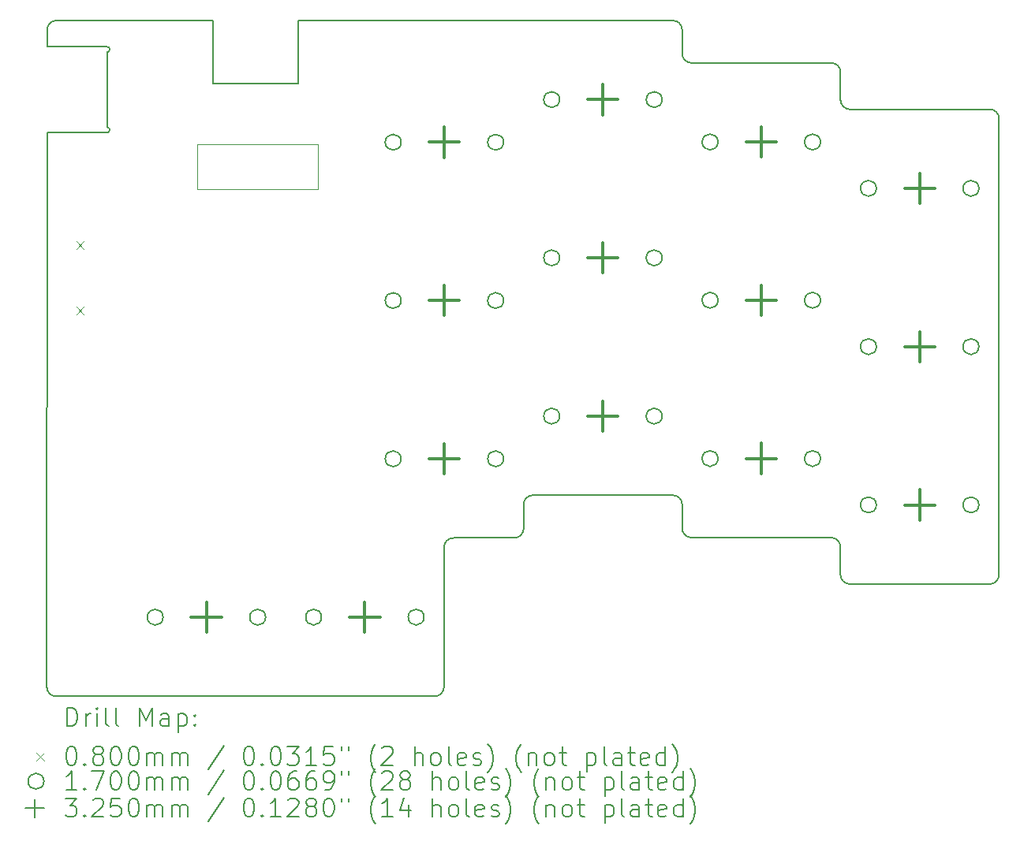
<source format=gbr>
%TF.GenerationSoftware,KiCad,Pcbnew,7.0.2*%
%TF.CreationDate,2024-03-22T10:09:15-05:00*%
%TF.ProjectId,02_capsule5_right,30325f63-6170-4737-956c-65355f726967,v1.0.0*%
%TF.SameCoordinates,Original*%
%TF.FileFunction,Drillmap*%
%TF.FilePolarity,Positive*%
%FSLAX45Y45*%
G04 Gerber Fmt 4.5, Leading zero omitted, Abs format (unit mm)*
G04 Created by KiCad (PCBNEW 7.0.2) date 2024-03-22 10:09:15*
%MOMM*%
%LPD*%
G01*
G04 APERTURE LIST*
%ADD10C,0.150000*%
%ADD11C,0.100000*%
%ADD12C,0.200000*%
%ADD13C,0.080000*%
%ADD14C,0.170000*%
%ADD15C,0.325000*%
G04 APERTURE END LIST*
D10*
X22402067Y-4571258D02*
G75*
G03*
X22301667Y-4470843I-100427J-12D01*
G01*
X17370000Y-4470000D02*
X17370000Y-5147500D01*
X24100272Y-10126054D02*
G75*
G03*
X23999885Y-10025638I-100422J-6D01*
G01*
X24100238Y-10423686D02*
G75*
G03*
X24200634Y-10524102I100422J6D01*
G01*
X25802320Y-5525271D02*
X25801714Y-10423884D01*
X18282500Y-4470000D02*
X18282500Y-5147500D01*
X19946320Y-10029125D02*
G75*
G03*
X19845905Y-10129520I-10J-100405D01*
G01*
X16228097Y-4812516D02*
G75*
G03*
X16228097Y-4752524I3J29996D01*
G01*
X20800331Y-9569726D02*
G75*
G03*
X20699916Y-9670123I9J-100424D01*
G01*
X19845905Y-10129520D02*
X19845785Y-11629167D01*
X20599689Y-10028718D02*
X19946320Y-10029128D01*
X15686904Y-4470000D02*
X17370000Y-4470000D01*
X24101441Y-5026558D02*
X24101205Y-5324729D01*
X15583487Y-11630287D02*
G75*
G03*
X15683878Y-11730702I100413J-3D01*
G01*
X22401971Y-4826924D02*
G75*
G03*
X22502355Y-4927339I100419J4D01*
G01*
X15686904Y-4469999D02*
G75*
G03*
X15586489Y-4570392I16J-100431D01*
G01*
X16228097Y-5676516D02*
G75*
G03*
X16228097Y-5616524I3J29996D01*
G01*
X24101206Y-5324729D02*
G75*
G03*
X24201597Y-5425144I100414J-1D01*
G01*
X23999885Y-10025638D02*
X22501538Y-10025386D01*
X24100277Y-10126054D02*
X24100242Y-10423686D01*
X15584904Y-5676500D02*
X15583487Y-11630287D01*
X19745369Y-11729559D02*
X15683878Y-11730702D01*
X19745369Y-11729555D02*
G75*
G03*
X19845785Y-11629167I-9J100425D01*
G01*
X24101448Y-5026558D02*
G75*
G03*
X24001049Y-4926142I-100418J-2D01*
G01*
X24001049Y-4926142D02*
X22502355Y-4927339D01*
X22401342Y-9670308D02*
X22401146Y-9924971D01*
X22301667Y-4470843D02*
X18282500Y-4470000D01*
X22401430Y-9669825D02*
G75*
G03*
X22301039Y-9569410I-100430J-15D01*
G01*
X25701299Y-10524276D02*
X24200634Y-10524102D01*
X25802314Y-5525271D02*
G75*
G03*
X25701928Y-5424856I-100425J-9D01*
G01*
X15588097Y-5676524D02*
X15584904Y-5676500D01*
X16228097Y-5616524D02*
X16228097Y-4812524D01*
X15588097Y-5676524D02*
X16228097Y-5676524D01*
X18282500Y-5147500D02*
X17370000Y-5147500D01*
X15586512Y-4570416D02*
X15588097Y-4752524D01*
D11*
X17200000Y-5800000D02*
X18495000Y-5800000D01*
X18495000Y-6285000D01*
X17200000Y-6285000D01*
X17200000Y-5800000D01*
D10*
X25701299Y-10524274D02*
G75*
G03*
X25801714Y-10423884I1J100414D01*
G01*
X16228097Y-4752524D02*
X15588097Y-4752524D01*
X22301039Y-9569410D02*
X20800331Y-9569731D01*
X20599689Y-10028715D02*
G75*
G03*
X20700105Y-9928327I-9J100425D01*
G01*
X22402059Y-4571258D02*
X22401963Y-4826924D01*
X24201597Y-5425144D02*
X25701928Y-5424856D01*
X22401154Y-9924971D02*
G75*
G03*
X22501538Y-10025386I100426J11D01*
G01*
X20699916Y-9670123D02*
X20700105Y-9928327D01*
D12*
D13*
X15899904Y-6845000D02*
X15979904Y-6925000D01*
X15979904Y-6845000D02*
X15899904Y-6925000D01*
X15899904Y-7545000D02*
X15979904Y-7625000D01*
X15979904Y-7545000D02*
X15899904Y-7625000D01*
D14*
X16831323Y-10880266D02*
G75*
G03*
X16831323Y-10880266I-85000J0D01*
G01*
X17931323Y-10880266D02*
G75*
G03*
X17931323Y-10880266I-85000J0D01*
G01*
X18531347Y-10879416D02*
G75*
G03*
X18531347Y-10879416I-85000J0D01*
G01*
X19384926Y-5778782D02*
G75*
G03*
X19384926Y-5778782I-85000J0D01*
G01*
X19384927Y-7478782D02*
G75*
G03*
X19384927Y-7478782I-85000J0D01*
G01*
X19384927Y-9178782D02*
G75*
G03*
X19384927Y-9178782I-85000J0D01*
G01*
X19631347Y-10879416D02*
G75*
G03*
X19631347Y-10879416I-85000J0D01*
G01*
X20484926Y-5778782D02*
G75*
G03*
X20484926Y-5778782I-85000J0D01*
G01*
X20484927Y-7478782D02*
G75*
G03*
X20484927Y-7478782I-85000J0D01*
G01*
X20484927Y-9178782D02*
G75*
G03*
X20484927Y-9178782I-85000J0D01*
G01*
X21086182Y-8720395D02*
G75*
G03*
X21086182Y-8720395I-85000J0D01*
G01*
X21086182Y-7020395D02*
G75*
G03*
X21086182Y-7020395I-85000J0D01*
G01*
X21086182Y-5320395D02*
G75*
G03*
X21086182Y-5320395I-85000J0D01*
G01*
X22186182Y-8720395D02*
G75*
G03*
X22186182Y-8720395I-85000J0D01*
G01*
X22186182Y-7020395D02*
G75*
G03*
X22186182Y-7020395I-85000J0D01*
G01*
X22186182Y-5320395D02*
G75*
G03*
X22186182Y-5320395I-85000J0D01*
G01*
X22786211Y-5775916D02*
G75*
G03*
X22786211Y-5775916I-85000J0D01*
G01*
X22786211Y-9175916D02*
G75*
G03*
X22786211Y-9175916I-85000J0D01*
G01*
X22786211Y-7475916D02*
G75*
G03*
X22786211Y-7475916I-85000J0D01*
G01*
X23886211Y-5775916D02*
G75*
G03*
X23886211Y-5775916I-85000J0D01*
G01*
X23886211Y-9175916D02*
G75*
G03*
X23886211Y-9175916I-85000J0D01*
G01*
X23886211Y-7475916D02*
G75*
G03*
X23886211Y-7475916I-85000J0D01*
G01*
X24486235Y-9674028D02*
G75*
G03*
X24486235Y-9674028I-85000J0D01*
G01*
X24486235Y-6274028D02*
G75*
G03*
X24486235Y-6274028I-85000J0D01*
G01*
X24486235Y-7974028D02*
G75*
G03*
X24486235Y-7974028I-85000J0D01*
G01*
X25586235Y-9674028D02*
G75*
G03*
X25586235Y-9674028I-85000J0D01*
G01*
X25586235Y-6274028D02*
G75*
G03*
X25586235Y-6274028I-85000J0D01*
G01*
X25586235Y-7974028D02*
G75*
G03*
X25586235Y-7974028I-85000J0D01*
G01*
D15*
X17296323Y-10717766D02*
X17296323Y-11042766D01*
X17133823Y-10880266D02*
X17458823Y-10880266D01*
X18996347Y-10716916D02*
X18996347Y-11041916D01*
X18833847Y-10879416D02*
X19158847Y-10879416D01*
X19849926Y-5616282D02*
X19849926Y-5941282D01*
X19687426Y-5778782D02*
X20012426Y-5778782D01*
X19849927Y-7316282D02*
X19849927Y-7641282D01*
X19687427Y-7478782D02*
X20012427Y-7478782D01*
X19849927Y-9016282D02*
X19849927Y-9341282D01*
X19687427Y-9178782D02*
X20012427Y-9178782D01*
X21551182Y-8557895D02*
X21551182Y-8882895D01*
X21388682Y-8720395D02*
X21713682Y-8720395D01*
X21551182Y-6857895D02*
X21551182Y-7182895D01*
X21388682Y-7020395D02*
X21713682Y-7020395D01*
X21551182Y-5157895D02*
X21551182Y-5482895D01*
X21388682Y-5320395D02*
X21713682Y-5320395D01*
X23251211Y-5613416D02*
X23251211Y-5938416D01*
X23088711Y-5775916D02*
X23413711Y-5775916D01*
X23251211Y-9013416D02*
X23251211Y-9338416D01*
X23088711Y-9175916D02*
X23413711Y-9175916D01*
X23251211Y-7313416D02*
X23251211Y-7638416D01*
X23088711Y-7475916D02*
X23413711Y-7475916D01*
X24951235Y-9511528D02*
X24951235Y-9836528D01*
X24788735Y-9674028D02*
X25113735Y-9674028D01*
X24951235Y-6111528D02*
X24951235Y-6436528D01*
X24788735Y-6274028D02*
X25113735Y-6274028D01*
X24951235Y-7811528D02*
X24951235Y-8136528D01*
X24788735Y-7974028D02*
X25113735Y-7974028D01*
D12*
X15800038Y-12050726D02*
X15800038Y-11850726D01*
X15800038Y-11850726D02*
X15847657Y-11850726D01*
X15847657Y-11850726D02*
X15876228Y-11860250D01*
X15876228Y-11860250D02*
X15895276Y-11879298D01*
X15895276Y-11879298D02*
X15904800Y-11898345D01*
X15904800Y-11898345D02*
X15914324Y-11936440D01*
X15914324Y-11936440D02*
X15914324Y-11965012D01*
X15914324Y-11965012D02*
X15904800Y-12003107D01*
X15904800Y-12003107D02*
X15895276Y-12022155D01*
X15895276Y-12022155D02*
X15876228Y-12041202D01*
X15876228Y-12041202D02*
X15847657Y-12050726D01*
X15847657Y-12050726D02*
X15800038Y-12050726D01*
X16000038Y-12050726D02*
X16000038Y-11917393D01*
X16000038Y-11955488D02*
X16009562Y-11936440D01*
X16009562Y-11936440D02*
X16019086Y-11926917D01*
X16019086Y-11926917D02*
X16038133Y-11917393D01*
X16038133Y-11917393D02*
X16057181Y-11917393D01*
X16123847Y-12050726D02*
X16123847Y-11917393D01*
X16123847Y-11850726D02*
X16114324Y-11860250D01*
X16114324Y-11860250D02*
X16123847Y-11869774D01*
X16123847Y-11869774D02*
X16133371Y-11860250D01*
X16133371Y-11860250D02*
X16123847Y-11850726D01*
X16123847Y-11850726D02*
X16123847Y-11869774D01*
X16247657Y-12050726D02*
X16228609Y-12041202D01*
X16228609Y-12041202D02*
X16219086Y-12022155D01*
X16219086Y-12022155D02*
X16219086Y-11850726D01*
X16352419Y-12050726D02*
X16333371Y-12041202D01*
X16333371Y-12041202D02*
X16323847Y-12022155D01*
X16323847Y-12022155D02*
X16323847Y-11850726D01*
X16580990Y-12050726D02*
X16580990Y-11850726D01*
X16580990Y-11850726D02*
X16647657Y-11993583D01*
X16647657Y-11993583D02*
X16714324Y-11850726D01*
X16714324Y-11850726D02*
X16714324Y-12050726D01*
X16895276Y-12050726D02*
X16895276Y-11945964D01*
X16895276Y-11945964D02*
X16885752Y-11926917D01*
X16885752Y-11926917D02*
X16866705Y-11917393D01*
X16866705Y-11917393D02*
X16828609Y-11917393D01*
X16828609Y-11917393D02*
X16809562Y-11926917D01*
X16895276Y-12041202D02*
X16876229Y-12050726D01*
X16876229Y-12050726D02*
X16828609Y-12050726D01*
X16828609Y-12050726D02*
X16809562Y-12041202D01*
X16809562Y-12041202D02*
X16800038Y-12022155D01*
X16800038Y-12022155D02*
X16800038Y-12003107D01*
X16800038Y-12003107D02*
X16809562Y-11984060D01*
X16809562Y-11984060D02*
X16828609Y-11974536D01*
X16828609Y-11974536D02*
X16876229Y-11974536D01*
X16876229Y-11974536D02*
X16895276Y-11965012D01*
X16990514Y-11917393D02*
X16990514Y-12117393D01*
X16990514Y-11926917D02*
X17009562Y-11917393D01*
X17009562Y-11917393D02*
X17047657Y-11917393D01*
X17047657Y-11917393D02*
X17066705Y-11926917D01*
X17066705Y-11926917D02*
X17076229Y-11936440D01*
X17076229Y-11936440D02*
X17085752Y-11955488D01*
X17085752Y-11955488D02*
X17085752Y-12012631D01*
X17085752Y-12012631D02*
X17076229Y-12031679D01*
X17076229Y-12031679D02*
X17066705Y-12041202D01*
X17066705Y-12041202D02*
X17047657Y-12050726D01*
X17047657Y-12050726D02*
X17009562Y-12050726D01*
X17009562Y-12050726D02*
X16990514Y-12041202D01*
X17171467Y-12031679D02*
X17180990Y-12041202D01*
X17180990Y-12041202D02*
X17171467Y-12050726D01*
X17171467Y-12050726D02*
X17161943Y-12041202D01*
X17161943Y-12041202D02*
X17171467Y-12031679D01*
X17171467Y-12031679D02*
X17171467Y-12050726D01*
X17171467Y-11926917D02*
X17180990Y-11936440D01*
X17180990Y-11936440D02*
X17171467Y-11945964D01*
X17171467Y-11945964D02*
X17161943Y-11936440D01*
X17161943Y-11936440D02*
X17171467Y-11926917D01*
X17171467Y-11926917D02*
X17171467Y-11945964D01*
D13*
X15472419Y-12338202D02*
X15552419Y-12418202D01*
X15552419Y-12338202D02*
X15472419Y-12418202D01*
D12*
X15838133Y-12270726D02*
X15857181Y-12270726D01*
X15857181Y-12270726D02*
X15876228Y-12280250D01*
X15876228Y-12280250D02*
X15885752Y-12289774D01*
X15885752Y-12289774D02*
X15895276Y-12308821D01*
X15895276Y-12308821D02*
X15904800Y-12346917D01*
X15904800Y-12346917D02*
X15904800Y-12394536D01*
X15904800Y-12394536D02*
X15895276Y-12432631D01*
X15895276Y-12432631D02*
X15885752Y-12451679D01*
X15885752Y-12451679D02*
X15876228Y-12461202D01*
X15876228Y-12461202D02*
X15857181Y-12470726D01*
X15857181Y-12470726D02*
X15838133Y-12470726D01*
X15838133Y-12470726D02*
X15819086Y-12461202D01*
X15819086Y-12461202D02*
X15809562Y-12451679D01*
X15809562Y-12451679D02*
X15800038Y-12432631D01*
X15800038Y-12432631D02*
X15790514Y-12394536D01*
X15790514Y-12394536D02*
X15790514Y-12346917D01*
X15790514Y-12346917D02*
X15800038Y-12308821D01*
X15800038Y-12308821D02*
X15809562Y-12289774D01*
X15809562Y-12289774D02*
X15819086Y-12280250D01*
X15819086Y-12280250D02*
X15838133Y-12270726D01*
X15990514Y-12451679D02*
X16000038Y-12461202D01*
X16000038Y-12461202D02*
X15990514Y-12470726D01*
X15990514Y-12470726D02*
X15980990Y-12461202D01*
X15980990Y-12461202D02*
X15990514Y-12451679D01*
X15990514Y-12451679D02*
X15990514Y-12470726D01*
X16114324Y-12356440D02*
X16095276Y-12346917D01*
X16095276Y-12346917D02*
X16085752Y-12337393D01*
X16085752Y-12337393D02*
X16076228Y-12318345D01*
X16076228Y-12318345D02*
X16076228Y-12308821D01*
X16076228Y-12308821D02*
X16085752Y-12289774D01*
X16085752Y-12289774D02*
X16095276Y-12280250D01*
X16095276Y-12280250D02*
X16114324Y-12270726D01*
X16114324Y-12270726D02*
X16152419Y-12270726D01*
X16152419Y-12270726D02*
X16171467Y-12280250D01*
X16171467Y-12280250D02*
X16180990Y-12289774D01*
X16180990Y-12289774D02*
X16190514Y-12308821D01*
X16190514Y-12308821D02*
X16190514Y-12318345D01*
X16190514Y-12318345D02*
X16180990Y-12337393D01*
X16180990Y-12337393D02*
X16171467Y-12346917D01*
X16171467Y-12346917D02*
X16152419Y-12356440D01*
X16152419Y-12356440D02*
X16114324Y-12356440D01*
X16114324Y-12356440D02*
X16095276Y-12365964D01*
X16095276Y-12365964D02*
X16085752Y-12375488D01*
X16085752Y-12375488D02*
X16076228Y-12394536D01*
X16076228Y-12394536D02*
X16076228Y-12432631D01*
X16076228Y-12432631D02*
X16085752Y-12451679D01*
X16085752Y-12451679D02*
X16095276Y-12461202D01*
X16095276Y-12461202D02*
X16114324Y-12470726D01*
X16114324Y-12470726D02*
X16152419Y-12470726D01*
X16152419Y-12470726D02*
X16171467Y-12461202D01*
X16171467Y-12461202D02*
X16180990Y-12451679D01*
X16180990Y-12451679D02*
X16190514Y-12432631D01*
X16190514Y-12432631D02*
X16190514Y-12394536D01*
X16190514Y-12394536D02*
X16180990Y-12375488D01*
X16180990Y-12375488D02*
X16171467Y-12365964D01*
X16171467Y-12365964D02*
X16152419Y-12356440D01*
X16314324Y-12270726D02*
X16333371Y-12270726D01*
X16333371Y-12270726D02*
X16352419Y-12280250D01*
X16352419Y-12280250D02*
X16361943Y-12289774D01*
X16361943Y-12289774D02*
X16371467Y-12308821D01*
X16371467Y-12308821D02*
X16380990Y-12346917D01*
X16380990Y-12346917D02*
X16380990Y-12394536D01*
X16380990Y-12394536D02*
X16371467Y-12432631D01*
X16371467Y-12432631D02*
X16361943Y-12451679D01*
X16361943Y-12451679D02*
X16352419Y-12461202D01*
X16352419Y-12461202D02*
X16333371Y-12470726D01*
X16333371Y-12470726D02*
X16314324Y-12470726D01*
X16314324Y-12470726D02*
X16295276Y-12461202D01*
X16295276Y-12461202D02*
X16285752Y-12451679D01*
X16285752Y-12451679D02*
X16276228Y-12432631D01*
X16276228Y-12432631D02*
X16266705Y-12394536D01*
X16266705Y-12394536D02*
X16266705Y-12346917D01*
X16266705Y-12346917D02*
X16276228Y-12308821D01*
X16276228Y-12308821D02*
X16285752Y-12289774D01*
X16285752Y-12289774D02*
X16295276Y-12280250D01*
X16295276Y-12280250D02*
X16314324Y-12270726D01*
X16504800Y-12270726D02*
X16523848Y-12270726D01*
X16523848Y-12270726D02*
X16542895Y-12280250D01*
X16542895Y-12280250D02*
X16552419Y-12289774D01*
X16552419Y-12289774D02*
X16561943Y-12308821D01*
X16561943Y-12308821D02*
X16571467Y-12346917D01*
X16571467Y-12346917D02*
X16571467Y-12394536D01*
X16571467Y-12394536D02*
X16561943Y-12432631D01*
X16561943Y-12432631D02*
X16552419Y-12451679D01*
X16552419Y-12451679D02*
X16542895Y-12461202D01*
X16542895Y-12461202D02*
X16523848Y-12470726D01*
X16523848Y-12470726D02*
X16504800Y-12470726D01*
X16504800Y-12470726D02*
X16485752Y-12461202D01*
X16485752Y-12461202D02*
X16476228Y-12451679D01*
X16476228Y-12451679D02*
X16466705Y-12432631D01*
X16466705Y-12432631D02*
X16457181Y-12394536D01*
X16457181Y-12394536D02*
X16457181Y-12346917D01*
X16457181Y-12346917D02*
X16466705Y-12308821D01*
X16466705Y-12308821D02*
X16476228Y-12289774D01*
X16476228Y-12289774D02*
X16485752Y-12280250D01*
X16485752Y-12280250D02*
X16504800Y-12270726D01*
X16657181Y-12470726D02*
X16657181Y-12337393D01*
X16657181Y-12356440D02*
X16666705Y-12346917D01*
X16666705Y-12346917D02*
X16685752Y-12337393D01*
X16685752Y-12337393D02*
X16714324Y-12337393D01*
X16714324Y-12337393D02*
X16733371Y-12346917D01*
X16733371Y-12346917D02*
X16742895Y-12365964D01*
X16742895Y-12365964D02*
X16742895Y-12470726D01*
X16742895Y-12365964D02*
X16752419Y-12346917D01*
X16752419Y-12346917D02*
X16771467Y-12337393D01*
X16771467Y-12337393D02*
X16800038Y-12337393D01*
X16800038Y-12337393D02*
X16819086Y-12346917D01*
X16819086Y-12346917D02*
X16828610Y-12365964D01*
X16828610Y-12365964D02*
X16828610Y-12470726D01*
X16923848Y-12470726D02*
X16923848Y-12337393D01*
X16923848Y-12356440D02*
X16933371Y-12346917D01*
X16933371Y-12346917D02*
X16952419Y-12337393D01*
X16952419Y-12337393D02*
X16980991Y-12337393D01*
X16980991Y-12337393D02*
X17000038Y-12346917D01*
X17000038Y-12346917D02*
X17009562Y-12365964D01*
X17009562Y-12365964D02*
X17009562Y-12470726D01*
X17009562Y-12365964D02*
X17019086Y-12346917D01*
X17019086Y-12346917D02*
X17038133Y-12337393D01*
X17038133Y-12337393D02*
X17066705Y-12337393D01*
X17066705Y-12337393D02*
X17085752Y-12346917D01*
X17085752Y-12346917D02*
X17095276Y-12365964D01*
X17095276Y-12365964D02*
X17095276Y-12470726D01*
X17485752Y-12261202D02*
X17314324Y-12518345D01*
X17742895Y-12270726D02*
X17761943Y-12270726D01*
X17761943Y-12270726D02*
X17780991Y-12280250D01*
X17780991Y-12280250D02*
X17790514Y-12289774D01*
X17790514Y-12289774D02*
X17800038Y-12308821D01*
X17800038Y-12308821D02*
X17809562Y-12346917D01*
X17809562Y-12346917D02*
X17809562Y-12394536D01*
X17809562Y-12394536D02*
X17800038Y-12432631D01*
X17800038Y-12432631D02*
X17790514Y-12451679D01*
X17790514Y-12451679D02*
X17780991Y-12461202D01*
X17780991Y-12461202D02*
X17761943Y-12470726D01*
X17761943Y-12470726D02*
X17742895Y-12470726D01*
X17742895Y-12470726D02*
X17723848Y-12461202D01*
X17723848Y-12461202D02*
X17714324Y-12451679D01*
X17714324Y-12451679D02*
X17704800Y-12432631D01*
X17704800Y-12432631D02*
X17695276Y-12394536D01*
X17695276Y-12394536D02*
X17695276Y-12346917D01*
X17695276Y-12346917D02*
X17704800Y-12308821D01*
X17704800Y-12308821D02*
X17714324Y-12289774D01*
X17714324Y-12289774D02*
X17723848Y-12280250D01*
X17723848Y-12280250D02*
X17742895Y-12270726D01*
X17895276Y-12451679D02*
X17904800Y-12461202D01*
X17904800Y-12461202D02*
X17895276Y-12470726D01*
X17895276Y-12470726D02*
X17885753Y-12461202D01*
X17885753Y-12461202D02*
X17895276Y-12451679D01*
X17895276Y-12451679D02*
X17895276Y-12470726D01*
X18028610Y-12270726D02*
X18047657Y-12270726D01*
X18047657Y-12270726D02*
X18066705Y-12280250D01*
X18066705Y-12280250D02*
X18076229Y-12289774D01*
X18076229Y-12289774D02*
X18085753Y-12308821D01*
X18085753Y-12308821D02*
X18095276Y-12346917D01*
X18095276Y-12346917D02*
X18095276Y-12394536D01*
X18095276Y-12394536D02*
X18085753Y-12432631D01*
X18085753Y-12432631D02*
X18076229Y-12451679D01*
X18076229Y-12451679D02*
X18066705Y-12461202D01*
X18066705Y-12461202D02*
X18047657Y-12470726D01*
X18047657Y-12470726D02*
X18028610Y-12470726D01*
X18028610Y-12470726D02*
X18009562Y-12461202D01*
X18009562Y-12461202D02*
X18000038Y-12451679D01*
X18000038Y-12451679D02*
X17990514Y-12432631D01*
X17990514Y-12432631D02*
X17980991Y-12394536D01*
X17980991Y-12394536D02*
X17980991Y-12346917D01*
X17980991Y-12346917D02*
X17990514Y-12308821D01*
X17990514Y-12308821D02*
X18000038Y-12289774D01*
X18000038Y-12289774D02*
X18009562Y-12280250D01*
X18009562Y-12280250D02*
X18028610Y-12270726D01*
X18161943Y-12270726D02*
X18285753Y-12270726D01*
X18285753Y-12270726D02*
X18219086Y-12346917D01*
X18219086Y-12346917D02*
X18247657Y-12346917D01*
X18247657Y-12346917D02*
X18266705Y-12356440D01*
X18266705Y-12356440D02*
X18276229Y-12365964D01*
X18276229Y-12365964D02*
X18285753Y-12385012D01*
X18285753Y-12385012D02*
X18285753Y-12432631D01*
X18285753Y-12432631D02*
X18276229Y-12451679D01*
X18276229Y-12451679D02*
X18266705Y-12461202D01*
X18266705Y-12461202D02*
X18247657Y-12470726D01*
X18247657Y-12470726D02*
X18190514Y-12470726D01*
X18190514Y-12470726D02*
X18171467Y-12461202D01*
X18171467Y-12461202D02*
X18161943Y-12451679D01*
X18476229Y-12470726D02*
X18361943Y-12470726D01*
X18419086Y-12470726D02*
X18419086Y-12270726D01*
X18419086Y-12270726D02*
X18400038Y-12299298D01*
X18400038Y-12299298D02*
X18380991Y-12318345D01*
X18380991Y-12318345D02*
X18361943Y-12327869D01*
X18657181Y-12270726D02*
X18561943Y-12270726D01*
X18561943Y-12270726D02*
X18552419Y-12365964D01*
X18552419Y-12365964D02*
X18561943Y-12356440D01*
X18561943Y-12356440D02*
X18580991Y-12346917D01*
X18580991Y-12346917D02*
X18628610Y-12346917D01*
X18628610Y-12346917D02*
X18647657Y-12356440D01*
X18647657Y-12356440D02*
X18657181Y-12365964D01*
X18657181Y-12365964D02*
X18666705Y-12385012D01*
X18666705Y-12385012D02*
X18666705Y-12432631D01*
X18666705Y-12432631D02*
X18657181Y-12451679D01*
X18657181Y-12451679D02*
X18647657Y-12461202D01*
X18647657Y-12461202D02*
X18628610Y-12470726D01*
X18628610Y-12470726D02*
X18580991Y-12470726D01*
X18580991Y-12470726D02*
X18561943Y-12461202D01*
X18561943Y-12461202D02*
X18552419Y-12451679D01*
X18742895Y-12270726D02*
X18742895Y-12308821D01*
X18819086Y-12270726D02*
X18819086Y-12308821D01*
X19114324Y-12546917D02*
X19104800Y-12537393D01*
X19104800Y-12537393D02*
X19085753Y-12508821D01*
X19085753Y-12508821D02*
X19076229Y-12489774D01*
X19076229Y-12489774D02*
X19066705Y-12461202D01*
X19066705Y-12461202D02*
X19057181Y-12413583D01*
X19057181Y-12413583D02*
X19057181Y-12375488D01*
X19057181Y-12375488D02*
X19066705Y-12327869D01*
X19066705Y-12327869D02*
X19076229Y-12299298D01*
X19076229Y-12299298D02*
X19085753Y-12280250D01*
X19085753Y-12280250D02*
X19104800Y-12251679D01*
X19104800Y-12251679D02*
X19114324Y-12242155D01*
X19180991Y-12289774D02*
X19190515Y-12280250D01*
X19190515Y-12280250D02*
X19209562Y-12270726D01*
X19209562Y-12270726D02*
X19257181Y-12270726D01*
X19257181Y-12270726D02*
X19276229Y-12280250D01*
X19276229Y-12280250D02*
X19285753Y-12289774D01*
X19285753Y-12289774D02*
X19295276Y-12308821D01*
X19295276Y-12308821D02*
X19295276Y-12327869D01*
X19295276Y-12327869D02*
X19285753Y-12356440D01*
X19285753Y-12356440D02*
X19171467Y-12470726D01*
X19171467Y-12470726D02*
X19295276Y-12470726D01*
X19533372Y-12470726D02*
X19533372Y-12270726D01*
X19619086Y-12470726D02*
X19619086Y-12365964D01*
X19619086Y-12365964D02*
X19609562Y-12346917D01*
X19609562Y-12346917D02*
X19590515Y-12337393D01*
X19590515Y-12337393D02*
X19561943Y-12337393D01*
X19561943Y-12337393D02*
X19542896Y-12346917D01*
X19542896Y-12346917D02*
X19533372Y-12356440D01*
X19742896Y-12470726D02*
X19723848Y-12461202D01*
X19723848Y-12461202D02*
X19714324Y-12451679D01*
X19714324Y-12451679D02*
X19704800Y-12432631D01*
X19704800Y-12432631D02*
X19704800Y-12375488D01*
X19704800Y-12375488D02*
X19714324Y-12356440D01*
X19714324Y-12356440D02*
X19723848Y-12346917D01*
X19723848Y-12346917D02*
X19742896Y-12337393D01*
X19742896Y-12337393D02*
X19771467Y-12337393D01*
X19771467Y-12337393D02*
X19790515Y-12346917D01*
X19790515Y-12346917D02*
X19800038Y-12356440D01*
X19800038Y-12356440D02*
X19809562Y-12375488D01*
X19809562Y-12375488D02*
X19809562Y-12432631D01*
X19809562Y-12432631D02*
X19800038Y-12451679D01*
X19800038Y-12451679D02*
X19790515Y-12461202D01*
X19790515Y-12461202D02*
X19771467Y-12470726D01*
X19771467Y-12470726D02*
X19742896Y-12470726D01*
X19923848Y-12470726D02*
X19904800Y-12461202D01*
X19904800Y-12461202D02*
X19895277Y-12442155D01*
X19895277Y-12442155D02*
X19895277Y-12270726D01*
X20076229Y-12461202D02*
X20057181Y-12470726D01*
X20057181Y-12470726D02*
X20019086Y-12470726D01*
X20019086Y-12470726D02*
X20000038Y-12461202D01*
X20000038Y-12461202D02*
X19990515Y-12442155D01*
X19990515Y-12442155D02*
X19990515Y-12365964D01*
X19990515Y-12365964D02*
X20000038Y-12346917D01*
X20000038Y-12346917D02*
X20019086Y-12337393D01*
X20019086Y-12337393D02*
X20057181Y-12337393D01*
X20057181Y-12337393D02*
X20076229Y-12346917D01*
X20076229Y-12346917D02*
X20085753Y-12365964D01*
X20085753Y-12365964D02*
X20085753Y-12385012D01*
X20085753Y-12385012D02*
X19990515Y-12404060D01*
X20161943Y-12461202D02*
X20180991Y-12470726D01*
X20180991Y-12470726D02*
X20219086Y-12470726D01*
X20219086Y-12470726D02*
X20238134Y-12461202D01*
X20238134Y-12461202D02*
X20247658Y-12442155D01*
X20247658Y-12442155D02*
X20247658Y-12432631D01*
X20247658Y-12432631D02*
X20238134Y-12413583D01*
X20238134Y-12413583D02*
X20219086Y-12404060D01*
X20219086Y-12404060D02*
X20190515Y-12404060D01*
X20190515Y-12404060D02*
X20171467Y-12394536D01*
X20171467Y-12394536D02*
X20161943Y-12375488D01*
X20161943Y-12375488D02*
X20161943Y-12365964D01*
X20161943Y-12365964D02*
X20171467Y-12346917D01*
X20171467Y-12346917D02*
X20190515Y-12337393D01*
X20190515Y-12337393D02*
X20219086Y-12337393D01*
X20219086Y-12337393D02*
X20238134Y-12346917D01*
X20314324Y-12546917D02*
X20323848Y-12537393D01*
X20323848Y-12537393D02*
X20342896Y-12508821D01*
X20342896Y-12508821D02*
X20352419Y-12489774D01*
X20352419Y-12489774D02*
X20361943Y-12461202D01*
X20361943Y-12461202D02*
X20371467Y-12413583D01*
X20371467Y-12413583D02*
X20371467Y-12375488D01*
X20371467Y-12375488D02*
X20361943Y-12327869D01*
X20361943Y-12327869D02*
X20352419Y-12299298D01*
X20352419Y-12299298D02*
X20342896Y-12280250D01*
X20342896Y-12280250D02*
X20323848Y-12251679D01*
X20323848Y-12251679D02*
X20314324Y-12242155D01*
X20676229Y-12546917D02*
X20666705Y-12537393D01*
X20666705Y-12537393D02*
X20647658Y-12508821D01*
X20647658Y-12508821D02*
X20638134Y-12489774D01*
X20638134Y-12489774D02*
X20628610Y-12461202D01*
X20628610Y-12461202D02*
X20619086Y-12413583D01*
X20619086Y-12413583D02*
X20619086Y-12375488D01*
X20619086Y-12375488D02*
X20628610Y-12327869D01*
X20628610Y-12327869D02*
X20638134Y-12299298D01*
X20638134Y-12299298D02*
X20647658Y-12280250D01*
X20647658Y-12280250D02*
X20666705Y-12251679D01*
X20666705Y-12251679D02*
X20676229Y-12242155D01*
X20752419Y-12337393D02*
X20752419Y-12470726D01*
X20752419Y-12356440D02*
X20761943Y-12346917D01*
X20761943Y-12346917D02*
X20780991Y-12337393D01*
X20780991Y-12337393D02*
X20809562Y-12337393D01*
X20809562Y-12337393D02*
X20828610Y-12346917D01*
X20828610Y-12346917D02*
X20838134Y-12365964D01*
X20838134Y-12365964D02*
X20838134Y-12470726D01*
X20961943Y-12470726D02*
X20942896Y-12461202D01*
X20942896Y-12461202D02*
X20933372Y-12451679D01*
X20933372Y-12451679D02*
X20923848Y-12432631D01*
X20923848Y-12432631D02*
X20923848Y-12375488D01*
X20923848Y-12375488D02*
X20933372Y-12356440D01*
X20933372Y-12356440D02*
X20942896Y-12346917D01*
X20942896Y-12346917D02*
X20961943Y-12337393D01*
X20961943Y-12337393D02*
X20990515Y-12337393D01*
X20990515Y-12337393D02*
X21009562Y-12346917D01*
X21009562Y-12346917D02*
X21019086Y-12356440D01*
X21019086Y-12356440D02*
X21028610Y-12375488D01*
X21028610Y-12375488D02*
X21028610Y-12432631D01*
X21028610Y-12432631D02*
X21019086Y-12451679D01*
X21019086Y-12451679D02*
X21009562Y-12461202D01*
X21009562Y-12461202D02*
X20990515Y-12470726D01*
X20990515Y-12470726D02*
X20961943Y-12470726D01*
X21085753Y-12337393D02*
X21161943Y-12337393D01*
X21114324Y-12270726D02*
X21114324Y-12442155D01*
X21114324Y-12442155D02*
X21123848Y-12461202D01*
X21123848Y-12461202D02*
X21142896Y-12470726D01*
X21142896Y-12470726D02*
X21161943Y-12470726D01*
X21380991Y-12337393D02*
X21380991Y-12537393D01*
X21380991Y-12346917D02*
X21400039Y-12337393D01*
X21400039Y-12337393D02*
X21438134Y-12337393D01*
X21438134Y-12337393D02*
X21457181Y-12346917D01*
X21457181Y-12346917D02*
X21466705Y-12356440D01*
X21466705Y-12356440D02*
X21476229Y-12375488D01*
X21476229Y-12375488D02*
X21476229Y-12432631D01*
X21476229Y-12432631D02*
X21466705Y-12451679D01*
X21466705Y-12451679D02*
X21457181Y-12461202D01*
X21457181Y-12461202D02*
X21438134Y-12470726D01*
X21438134Y-12470726D02*
X21400039Y-12470726D01*
X21400039Y-12470726D02*
X21380991Y-12461202D01*
X21590515Y-12470726D02*
X21571467Y-12461202D01*
X21571467Y-12461202D02*
X21561943Y-12442155D01*
X21561943Y-12442155D02*
X21561943Y-12270726D01*
X21752420Y-12470726D02*
X21752420Y-12365964D01*
X21752420Y-12365964D02*
X21742896Y-12346917D01*
X21742896Y-12346917D02*
X21723848Y-12337393D01*
X21723848Y-12337393D02*
X21685753Y-12337393D01*
X21685753Y-12337393D02*
X21666705Y-12346917D01*
X21752420Y-12461202D02*
X21733372Y-12470726D01*
X21733372Y-12470726D02*
X21685753Y-12470726D01*
X21685753Y-12470726D02*
X21666705Y-12461202D01*
X21666705Y-12461202D02*
X21657181Y-12442155D01*
X21657181Y-12442155D02*
X21657181Y-12423107D01*
X21657181Y-12423107D02*
X21666705Y-12404060D01*
X21666705Y-12404060D02*
X21685753Y-12394536D01*
X21685753Y-12394536D02*
X21733372Y-12394536D01*
X21733372Y-12394536D02*
X21752420Y-12385012D01*
X21819086Y-12337393D02*
X21895277Y-12337393D01*
X21847658Y-12270726D02*
X21847658Y-12442155D01*
X21847658Y-12442155D02*
X21857181Y-12461202D01*
X21857181Y-12461202D02*
X21876229Y-12470726D01*
X21876229Y-12470726D02*
X21895277Y-12470726D01*
X22038134Y-12461202D02*
X22019086Y-12470726D01*
X22019086Y-12470726D02*
X21980991Y-12470726D01*
X21980991Y-12470726D02*
X21961943Y-12461202D01*
X21961943Y-12461202D02*
X21952420Y-12442155D01*
X21952420Y-12442155D02*
X21952420Y-12365964D01*
X21952420Y-12365964D02*
X21961943Y-12346917D01*
X21961943Y-12346917D02*
X21980991Y-12337393D01*
X21980991Y-12337393D02*
X22019086Y-12337393D01*
X22019086Y-12337393D02*
X22038134Y-12346917D01*
X22038134Y-12346917D02*
X22047658Y-12365964D01*
X22047658Y-12365964D02*
X22047658Y-12385012D01*
X22047658Y-12385012D02*
X21952420Y-12404060D01*
X22219086Y-12470726D02*
X22219086Y-12270726D01*
X22219086Y-12461202D02*
X22200039Y-12470726D01*
X22200039Y-12470726D02*
X22161943Y-12470726D01*
X22161943Y-12470726D02*
X22142896Y-12461202D01*
X22142896Y-12461202D02*
X22133372Y-12451679D01*
X22133372Y-12451679D02*
X22123848Y-12432631D01*
X22123848Y-12432631D02*
X22123848Y-12375488D01*
X22123848Y-12375488D02*
X22133372Y-12356440D01*
X22133372Y-12356440D02*
X22142896Y-12346917D01*
X22142896Y-12346917D02*
X22161943Y-12337393D01*
X22161943Y-12337393D02*
X22200039Y-12337393D01*
X22200039Y-12337393D02*
X22219086Y-12346917D01*
X22295277Y-12546917D02*
X22304801Y-12537393D01*
X22304801Y-12537393D02*
X22323848Y-12508821D01*
X22323848Y-12508821D02*
X22333372Y-12489774D01*
X22333372Y-12489774D02*
X22342896Y-12461202D01*
X22342896Y-12461202D02*
X22352420Y-12413583D01*
X22352420Y-12413583D02*
X22352420Y-12375488D01*
X22352420Y-12375488D02*
X22342896Y-12327869D01*
X22342896Y-12327869D02*
X22333372Y-12299298D01*
X22333372Y-12299298D02*
X22323848Y-12280250D01*
X22323848Y-12280250D02*
X22304801Y-12251679D01*
X22304801Y-12251679D02*
X22295277Y-12242155D01*
D14*
X15552419Y-12642202D02*
G75*
G03*
X15552419Y-12642202I-85000J0D01*
G01*
D12*
X15904800Y-12734726D02*
X15790514Y-12734726D01*
X15847657Y-12734726D02*
X15847657Y-12534726D01*
X15847657Y-12534726D02*
X15828609Y-12563298D01*
X15828609Y-12563298D02*
X15809562Y-12582345D01*
X15809562Y-12582345D02*
X15790514Y-12591869D01*
X15990514Y-12715679D02*
X16000038Y-12725202D01*
X16000038Y-12725202D02*
X15990514Y-12734726D01*
X15990514Y-12734726D02*
X15980990Y-12725202D01*
X15980990Y-12725202D02*
X15990514Y-12715679D01*
X15990514Y-12715679D02*
X15990514Y-12734726D01*
X16066705Y-12534726D02*
X16200038Y-12534726D01*
X16200038Y-12534726D02*
X16114324Y-12734726D01*
X16314324Y-12534726D02*
X16333371Y-12534726D01*
X16333371Y-12534726D02*
X16352419Y-12544250D01*
X16352419Y-12544250D02*
X16361943Y-12553774D01*
X16361943Y-12553774D02*
X16371467Y-12572821D01*
X16371467Y-12572821D02*
X16380990Y-12610917D01*
X16380990Y-12610917D02*
X16380990Y-12658536D01*
X16380990Y-12658536D02*
X16371467Y-12696631D01*
X16371467Y-12696631D02*
X16361943Y-12715679D01*
X16361943Y-12715679D02*
X16352419Y-12725202D01*
X16352419Y-12725202D02*
X16333371Y-12734726D01*
X16333371Y-12734726D02*
X16314324Y-12734726D01*
X16314324Y-12734726D02*
X16295276Y-12725202D01*
X16295276Y-12725202D02*
X16285752Y-12715679D01*
X16285752Y-12715679D02*
X16276228Y-12696631D01*
X16276228Y-12696631D02*
X16266705Y-12658536D01*
X16266705Y-12658536D02*
X16266705Y-12610917D01*
X16266705Y-12610917D02*
X16276228Y-12572821D01*
X16276228Y-12572821D02*
X16285752Y-12553774D01*
X16285752Y-12553774D02*
X16295276Y-12544250D01*
X16295276Y-12544250D02*
X16314324Y-12534726D01*
X16504800Y-12534726D02*
X16523848Y-12534726D01*
X16523848Y-12534726D02*
X16542895Y-12544250D01*
X16542895Y-12544250D02*
X16552419Y-12553774D01*
X16552419Y-12553774D02*
X16561943Y-12572821D01*
X16561943Y-12572821D02*
X16571467Y-12610917D01*
X16571467Y-12610917D02*
X16571467Y-12658536D01*
X16571467Y-12658536D02*
X16561943Y-12696631D01*
X16561943Y-12696631D02*
X16552419Y-12715679D01*
X16552419Y-12715679D02*
X16542895Y-12725202D01*
X16542895Y-12725202D02*
X16523848Y-12734726D01*
X16523848Y-12734726D02*
X16504800Y-12734726D01*
X16504800Y-12734726D02*
X16485752Y-12725202D01*
X16485752Y-12725202D02*
X16476228Y-12715679D01*
X16476228Y-12715679D02*
X16466705Y-12696631D01*
X16466705Y-12696631D02*
X16457181Y-12658536D01*
X16457181Y-12658536D02*
X16457181Y-12610917D01*
X16457181Y-12610917D02*
X16466705Y-12572821D01*
X16466705Y-12572821D02*
X16476228Y-12553774D01*
X16476228Y-12553774D02*
X16485752Y-12544250D01*
X16485752Y-12544250D02*
X16504800Y-12534726D01*
X16657181Y-12734726D02*
X16657181Y-12601393D01*
X16657181Y-12620440D02*
X16666705Y-12610917D01*
X16666705Y-12610917D02*
X16685752Y-12601393D01*
X16685752Y-12601393D02*
X16714324Y-12601393D01*
X16714324Y-12601393D02*
X16733371Y-12610917D01*
X16733371Y-12610917D02*
X16742895Y-12629964D01*
X16742895Y-12629964D02*
X16742895Y-12734726D01*
X16742895Y-12629964D02*
X16752419Y-12610917D01*
X16752419Y-12610917D02*
X16771467Y-12601393D01*
X16771467Y-12601393D02*
X16800038Y-12601393D01*
X16800038Y-12601393D02*
X16819086Y-12610917D01*
X16819086Y-12610917D02*
X16828610Y-12629964D01*
X16828610Y-12629964D02*
X16828610Y-12734726D01*
X16923848Y-12734726D02*
X16923848Y-12601393D01*
X16923848Y-12620440D02*
X16933371Y-12610917D01*
X16933371Y-12610917D02*
X16952419Y-12601393D01*
X16952419Y-12601393D02*
X16980991Y-12601393D01*
X16980991Y-12601393D02*
X17000038Y-12610917D01*
X17000038Y-12610917D02*
X17009562Y-12629964D01*
X17009562Y-12629964D02*
X17009562Y-12734726D01*
X17009562Y-12629964D02*
X17019086Y-12610917D01*
X17019086Y-12610917D02*
X17038133Y-12601393D01*
X17038133Y-12601393D02*
X17066705Y-12601393D01*
X17066705Y-12601393D02*
X17085752Y-12610917D01*
X17085752Y-12610917D02*
X17095276Y-12629964D01*
X17095276Y-12629964D02*
X17095276Y-12734726D01*
X17485752Y-12525202D02*
X17314324Y-12782345D01*
X17742895Y-12534726D02*
X17761943Y-12534726D01*
X17761943Y-12534726D02*
X17780991Y-12544250D01*
X17780991Y-12544250D02*
X17790514Y-12553774D01*
X17790514Y-12553774D02*
X17800038Y-12572821D01*
X17800038Y-12572821D02*
X17809562Y-12610917D01*
X17809562Y-12610917D02*
X17809562Y-12658536D01*
X17809562Y-12658536D02*
X17800038Y-12696631D01*
X17800038Y-12696631D02*
X17790514Y-12715679D01*
X17790514Y-12715679D02*
X17780991Y-12725202D01*
X17780991Y-12725202D02*
X17761943Y-12734726D01*
X17761943Y-12734726D02*
X17742895Y-12734726D01*
X17742895Y-12734726D02*
X17723848Y-12725202D01*
X17723848Y-12725202D02*
X17714324Y-12715679D01*
X17714324Y-12715679D02*
X17704800Y-12696631D01*
X17704800Y-12696631D02*
X17695276Y-12658536D01*
X17695276Y-12658536D02*
X17695276Y-12610917D01*
X17695276Y-12610917D02*
X17704800Y-12572821D01*
X17704800Y-12572821D02*
X17714324Y-12553774D01*
X17714324Y-12553774D02*
X17723848Y-12544250D01*
X17723848Y-12544250D02*
X17742895Y-12534726D01*
X17895276Y-12715679D02*
X17904800Y-12725202D01*
X17904800Y-12725202D02*
X17895276Y-12734726D01*
X17895276Y-12734726D02*
X17885753Y-12725202D01*
X17885753Y-12725202D02*
X17895276Y-12715679D01*
X17895276Y-12715679D02*
X17895276Y-12734726D01*
X18028610Y-12534726D02*
X18047657Y-12534726D01*
X18047657Y-12534726D02*
X18066705Y-12544250D01*
X18066705Y-12544250D02*
X18076229Y-12553774D01*
X18076229Y-12553774D02*
X18085753Y-12572821D01*
X18085753Y-12572821D02*
X18095276Y-12610917D01*
X18095276Y-12610917D02*
X18095276Y-12658536D01*
X18095276Y-12658536D02*
X18085753Y-12696631D01*
X18085753Y-12696631D02*
X18076229Y-12715679D01*
X18076229Y-12715679D02*
X18066705Y-12725202D01*
X18066705Y-12725202D02*
X18047657Y-12734726D01*
X18047657Y-12734726D02*
X18028610Y-12734726D01*
X18028610Y-12734726D02*
X18009562Y-12725202D01*
X18009562Y-12725202D02*
X18000038Y-12715679D01*
X18000038Y-12715679D02*
X17990514Y-12696631D01*
X17990514Y-12696631D02*
X17980991Y-12658536D01*
X17980991Y-12658536D02*
X17980991Y-12610917D01*
X17980991Y-12610917D02*
X17990514Y-12572821D01*
X17990514Y-12572821D02*
X18000038Y-12553774D01*
X18000038Y-12553774D02*
X18009562Y-12544250D01*
X18009562Y-12544250D02*
X18028610Y-12534726D01*
X18266705Y-12534726D02*
X18228610Y-12534726D01*
X18228610Y-12534726D02*
X18209562Y-12544250D01*
X18209562Y-12544250D02*
X18200038Y-12553774D01*
X18200038Y-12553774D02*
X18180991Y-12582345D01*
X18180991Y-12582345D02*
X18171467Y-12620440D01*
X18171467Y-12620440D02*
X18171467Y-12696631D01*
X18171467Y-12696631D02*
X18180991Y-12715679D01*
X18180991Y-12715679D02*
X18190514Y-12725202D01*
X18190514Y-12725202D02*
X18209562Y-12734726D01*
X18209562Y-12734726D02*
X18247657Y-12734726D01*
X18247657Y-12734726D02*
X18266705Y-12725202D01*
X18266705Y-12725202D02*
X18276229Y-12715679D01*
X18276229Y-12715679D02*
X18285753Y-12696631D01*
X18285753Y-12696631D02*
X18285753Y-12649012D01*
X18285753Y-12649012D02*
X18276229Y-12629964D01*
X18276229Y-12629964D02*
X18266705Y-12620440D01*
X18266705Y-12620440D02*
X18247657Y-12610917D01*
X18247657Y-12610917D02*
X18209562Y-12610917D01*
X18209562Y-12610917D02*
X18190514Y-12620440D01*
X18190514Y-12620440D02*
X18180991Y-12629964D01*
X18180991Y-12629964D02*
X18171467Y-12649012D01*
X18457181Y-12534726D02*
X18419086Y-12534726D01*
X18419086Y-12534726D02*
X18400038Y-12544250D01*
X18400038Y-12544250D02*
X18390514Y-12553774D01*
X18390514Y-12553774D02*
X18371467Y-12582345D01*
X18371467Y-12582345D02*
X18361943Y-12620440D01*
X18361943Y-12620440D02*
X18361943Y-12696631D01*
X18361943Y-12696631D02*
X18371467Y-12715679D01*
X18371467Y-12715679D02*
X18380991Y-12725202D01*
X18380991Y-12725202D02*
X18400038Y-12734726D01*
X18400038Y-12734726D02*
X18438134Y-12734726D01*
X18438134Y-12734726D02*
X18457181Y-12725202D01*
X18457181Y-12725202D02*
X18466705Y-12715679D01*
X18466705Y-12715679D02*
X18476229Y-12696631D01*
X18476229Y-12696631D02*
X18476229Y-12649012D01*
X18476229Y-12649012D02*
X18466705Y-12629964D01*
X18466705Y-12629964D02*
X18457181Y-12620440D01*
X18457181Y-12620440D02*
X18438134Y-12610917D01*
X18438134Y-12610917D02*
X18400038Y-12610917D01*
X18400038Y-12610917D02*
X18380991Y-12620440D01*
X18380991Y-12620440D02*
X18371467Y-12629964D01*
X18371467Y-12629964D02*
X18361943Y-12649012D01*
X18571467Y-12734726D02*
X18609562Y-12734726D01*
X18609562Y-12734726D02*
X18628610Y-12725202D01*
X18628610Y-12725202D02*
X18638134Y-12715679D01*
X18638134Y-12715679D02*
X18657181Y-12687107D01*
X18657181Y-12687107D02*
X18666705Y-12649012D01*
X18666705Y-12649012D02*
X18666705Y-12572821D01*
X18666705Y-12572821D02*
X18657181Y-12553774D01*
X18657181Y-12553774D02*
X18647657Y-12544250D01*
X18647657Y-12544250D02*
X18628610Y-12534726D01*
X18628610Y-12534726D02*
X18590514Y-12534726D01*
X18590514Y-12534726D02*
X18571467Y-12544250D01*
X18571467Y-12544250D02*
X18561943Y-12553774D01*
X18561943Y-12553774D02*
X18552419Y-12572821D01*
X18552419Y-12572821D02*
X18552419Y-12620440D01*
X18552419Y-12620440D02*
X18561943Y-12639488D01*
X18561943Y-12639488D02*
X18571467Y-12649012D01*
X18571467Y-12649012D02*
X18590514Y-12658536D01*
X18590514Y-12658536D02*
X18628610Y-12658536D01*
X18628610Y-12658536D02*
X18647657Y-12649012D01*
X18647657Y-12649012D02*
X18657181Y-12639488D01*
X18657181Y-12639488D02*
X18666705Y-12620440D01*
X18742895Y-12534726D02*
X18742895Y-12572821D01*
X18819086Y-12534726D02*
X18819086Y-12572821D01*
X19114324Y-12810917D02*
X19104800Y-12801393D01*
X19104800Y-12801393D02*
X19085753Y-12772821D01*
X19085753Y-12772821D02*
X19076229Y-12753774D01*
X19076229Y-12753774D02*
X19066705Y-12725202D01*
X19066705Y-12725202D02*
X19057181Y-12677583D01*
X19057181Y-12677583D02*
X19057181Y-12639488D01*
X19057181Y-12639488D02*
X19066705Y-12591869D01*
X19066705Y-12591869D02*
X19076229Y-12563298D01*
X19076229Y-12563298D02*
X19085753Y-12544250D01*
X19085753Y-12544250D02*
X19104800Y-12515679D01*
X19104800Y-12515679D02*
X19114324Y-12506155D01*
X19180991Y-12553774D02*
X19190515Y-12544250D01*
X19190515Y-12544250D02*
X19209562Y-12534726D01*
X19209562Y-12534726D02*
X19257181Y-12534726D01*
X19257181Y-12534726D02*
X19276229Y-12544250D01*
X19276229Y-12544250D02*
X19285753Y-12553774D01*
X19285753Y-12553774D02*
X19295276Y-12572821D01*
X19295276Y-12572821D02*
X19295276Y-12591869D01*
X19295276Y-12591869D02*
X19285753Y-12620440D01*
X19285753Y-12620440D02*
X19171467Y-12734726D01*
X19171467Y-12734726D02*
X19295276Y-12734726D01*
X19409562Y-12620440D02*
X19390515Y-12610917D01*
X19390515Y-12610917D02*
X19380991Y-12601393D01*
X19380991Y-12601393D02*
X19371467Y-12582345D01*
X19371467Y-12582345D02*
X19371467Y-12572821D01*
X19371467Y-12572821D02*
X19380991Y-12553774D01*
X19380991Y-12553774D02*
X19390515Y-12544250D01*
X19390515Y-12544250D02*
X19409562Y-12534726D01*
X19409562Y-12534726D02*
X19447657Y-12534726D01*
X19447657Y-12534726D02*
X19466705Y-12544250D01*
X19466705Y-12544250D02*
X19476229Y-12553774D01*
X19476229Y-12553774D02*
X19485753Y-12572821D01*
X19485753Y-12572821D02*
X19485753Y-12582345D01*
X19485753Y-12582345D02*
X19476229Y-12601393D01*
X19476229Y-12601393D02*
X19466705Y-12610917D01*
X19466705Y-12610917D02*
X19447657Y-12620440D01*
X19447657Y-12620440D02*
X19409562Y-12620440D01*
X19409562Y-12620440D02*
X19390515Y-12629964D01*
X19390515Y-12629964D02*
X19380991Y-12639488D01*
X19380991Y-12639488D02*
X19371467Y-12658536D01*
X19371467Y-12658536D02*
X19371467Y-12696631D01*
X19371467Y-12696631D02*
X19380991Y-12715679D01*
X19380991Y-12715679D02*
X19390515Y-12725202D01*
X19390515Y-12725202D02*
X19409562Y-12734726D01*
X19409562Y-12734726D02*
X19447657Y-12734726D01*
X19447657Y-12734726D02*
X19466705Y-12725202D01*
X19466705Y-12725202D02*
X19476229Y-12715679D01*
X19476229Y-12715679D02*
X19485753Y-12696631D01*
X19485753Y-12696631D02*
X19485753Y-12658536D01*
X19485753Y-12658536D02*
X19476229Y-12639488D01*
X19476229Y-12639488D02*
X19466705Y-12629964D01*
X19466705Y-12629964D02*
X19447657Y-12620440D01*
X19723848Y-12734726D02*
X19723848Y-12534726D01*
X19809562Y-12734726D02*
X19809562Y-12629964D01*
X19809562Y-12629964D02*
X19800038Y-12610917D01*
X19800038Y-12610917D02*
X19780991Y-12601393D01*
X19780991Y-12601393D02*
X19752419Y-12601393D01*
X19752419Y-12601393D02*
X19733372Y-12610917D01*
X19733372Y-12610917D02*
X19723848Y-12620440D01*
X19933372Y-12734726D02*
X19914324Y-12725202D01*
X19914324Y-12725202D02*
X19904800Y-12715679D01*
X19904800Y-12715679D02*
X19895277Y-12696631D01*
X19895277Y-12696631D02*
X19895277Y-12639488D01*
X19895277Y-12639488D02*
X19904800Y-12620440D01*
X19904800Y-12620440D02*
X19914324Y-12610917D01*
X19914324Y-12610917D02*
X19933372Y-12601393D01*
X19933372Y-12601393D02*
X19961943Y-12601393D01*
X19961943Y-12601393D02*
X19980991Y-12610917D01*
X19980991Y-12610917D02*
X19990515Y-12620440D01*
X19990515Y-12620440D02*
X20000038Y-12639488D01*
X20000038Y-12639488D02*
X20000038Y-12696631D01*
X20000038Y-12696631D02*
X19990515Y-12715679D01*
X19990515Y-12715679D02*
X19980991Y-12725202D01*
X19980991Y-12725202D02*
X19961943Y-12734726D01*
X19961943Y-12734726D02*
X19933372Y-12734726D01*
X20114324Y-12734726D02*
X20095277Y-12725202D01*
X20095277Y-12725202D02*
X20085753Y-12706155D01*
X20085753Y-12706155D02*
X20085753Y-12534726D01*
X20266705Y-12725202D02*
X20247658Y-12734726D01*
X20247658Y-12734726D02*
X20209562Y-12734726D01*
X20209562Y-12734726D02*
X20190515Y-12725202D01*
X20190515Y-12725202D02*
X20180991Y-12706155D01*
X20180991Y-12706155D02*
X20180991Y-12629964D01*
X20180991Y-12629964D02*
X20190515Y-12610917D01*
X20190515Y-12610917D02*
X20209562Y-12601393D01*
X20209562Y-12601393D02*
X20247658Y-12601393D01*
X20247658Y-12601393D02*
X20266705Y-12610917D01*
X20266705Y-12610917D02*
X20276229Y-12629964D01*
X20276229Y-12629964D02*
X20276229Y-12649012D01*
X20276229Y-12649012D02*
X20180991Y-12668060D01*
X20352419Y-12725202D02*
X20371467Y-12734726D01*
X20371467Y-12734726D02*
X20409562Y-12734726D01*
X20409562Y-12734726D02*
X20428610Y-12725202D01*
X20428610Y-12725202D02*
X20438134Y-12706155D01*
X20438134Y-12706155D02*
X20438134Y-12696631D01*
X20438134Y-12696631D02*
X20428610Y-12677583D01*
X20428610Y-12677583D02*
X20409562Y-12668060D01*
X20409562Y-12668060D02*
X20380991Y-12668060D01*
X20380991Y-12668060D02*
X20361943Y-12658536D01*
X20361943Y-12658536D02*
X20352419Y-12639488D01*
X20352419Y-12639488D02*
X20352419Y-12629964D01*
X20352419Y-12629964D02*
X20361943Y-12610917D01*
X20361943Y-12610917D02*
X20380991Y-12601393D01*
X20380991Y-12601393D02*
X20409562Y-12601393D01*
X20409562Y-12601393D02*
X20428610Y-12610917D01*
X20504800Y-12810917D02*
X20514324Y-12801393D01*
X20514324Y-12801393D02*
X20533372Y-12772821D01*
X20533372Y-12772821D02*
X20542896Y-12753774D01*
X20542896Y-12753774D02*
X20552419Y-12725202D01*
X20552419Y-12725202D02*
X20561943Y-12677583D01*
X20561943Y-12677583D02*
X20561943Y-12639488D01*
X20561943Y-12639488D02*
X20552419Y-12591869D01*
X20552419Y-12591869D02*
X20542896Y-12563298D01*
X20542896Y-12563298D02*
X20533372Y-12544250D01*
X20533372Y-12544250D02*
X20514324Y-12515679D01*
X20514324Y-12515679D02*
X20504800Y-12506155D01*
X20866705Y-12810917D02*
X20857181Y-12801393D01*
X20857181Y-12801393D02*
X20838134Y-12772821D01*
X20838134Y-12772821D02*
X20828610Y-12753774D01*
X20828610Y-12753774D02*
X20819086Y-12725202D01*
X20819086Y-12725202D02*
X20809562Y-12677583D01*
X20809562Y-12677583D02*
X20809562Y-12639488D01*
X20809562Y-12639488D02*
X20819086Y-12591869D01*
X20819086Y-12591869D02*
X20828610Y-12563298D01*
X20828610Y-12563298D02*
X20838134Y-12544250D01*
X20838134Y-12544250D02*
X20857181Y-12515679D01*
X20857181Y-12515679D02*
X20866705Y-12506155D01*
X20942896Y-12601393D02*
X20942896Y-12734726D01*
X20942896Y-12620440D02*
X20952419Y-12610917D01*
X20952419Y-12610917D02*
X20971467Y-12601393D01*
X20971467Y-12601393D02*
X21000039Y-12601393D01*
X21000039Y-12601393D02*
X21019086Y-12610917D01*
X21019086Y-12610917D02*
X21028610Y-12629964D01*
X21028610Y-12629964D02*
X21028610Y-12734726D01*
X21152419Y-12734726D02*
X21133372Y-12725202D01*
X21133372Y-12725202D02*
X21123848Y-12715679D01*
X21123848Y-12715679D02*
X21114324Y-12696631D01*
X21114324Y-12696631D02*
X21114324Y-12639488D01*
X21114324Y-12639488D02*
X21123848Y-12620440D01*
X21123848Y-12620440D02*
X21133372Y-12610917D01*
X21133372Y-12610917D02*
X21152419Y-12601393D01*
X21152419Y-12601393D02*
X21180991Y-12601393D01*
X21180991Y-12601393D02*
X21200039Y-12610917D01*
X21200039Y-12610917D02*
X21209562Y-12620440D01*
X21209562Y-12620440D02*
X21219086Y-12639488D01*
X21219086Y-12639488D02*
X21219086Y-12696631D01*
X21219086Y-12696631D02*
X21209562Y-12715679D01*
X21209562Y-12715679D02*
X21200039Y-12725202D01*
X21200039Y-12725202D02*
X21180991Y-12734726D01*
X21180991Y-12734726D02*
X21152419Y-12734726D01*
X21276229Y-12601393D02*
X21352419Y-12601393D01*
X21304800Y-12534726D02*
X21304800Y-12706155D01*
X21304800Y-12706155D02*
X21314324Y-12725202D01*
X21314324Y-12725202D02*
X21333372Y-12734726D01*
X21333372Y-12734726D02*
X21352419Y-12734726D01*
X21571467Y-12601393D02*
X21571467Y-12801393D01*
X21571467Y-12610917D02*
X21590515Y-12601393D01*
X21590515Y-12601393D02*
X21628610Y-12601393D01*
X21628610Y-12601393D02*
X21647658Y-12610917D01*
X21647658Y-12610917D02*
X21657181Y-12620440D01*
X21657181Y-12620440D02*
X21666705Y-12639488D01*
X21666705Y-12639488D02*
X21666705Y-12696631D01*
X21666705Y-12696631D02*
X21657181Y-12715679D01*
X21657181Y-12715679D02*
X21647658Y-12725202D01*
X21647658Y-12725202D02*
X21628610Y-12734726D01*
X21628610Y-12734726D02*
X21590515Y-12734726D01*
X21590515Y-12734726D02*
X21571467Y-12725202D01*
X21780991Y-12734726D02*
X21761943Y-12725202D01*
X21761943Y-12725202D02*
X21752420Y-12706155D01*
X21752420Y-12706155D02*
X21752420Y-12534726D01*
X21942896Y-12734726D02*
X21942896Y-12629964D01*
X21942896Y-12629964D02*
X21933372Y-12610917D01*
X21933372Y-12610917D02*
X21914324Y-12601393D01*
X21914324Y-12601393D02*
X21876229Y-12601393D01*
X21876229Y-12601393D02*
X21857181Y-12610917D01*
X21942896Y-12725202D02*
X21923848Y-12734726D01*
X21923848Y-12734726D02*
X21876229Y-12734726D01*
X21876229Y-12734726D02*
X21857181Y-12725202D01*
X21857181Y-12725202D02*
X21847658Y-12706155D01*
X21847658Y-12706155D02*
X21847658Y-12687107D01*
X21847658Y-12687107D02*
X21857181Y-12668060D01*
X21857181Y-12668060D02*
X21876229Y-12658536D01*
X21876229Y-12658536D02*
X21923848Y-12658536D01*
X21923848Y-12658536D02*
X21942896Y-12649012D01*
X22009562Y-12601393D02*
X22085753Y-12601393D01*
X22038134Y-12534726D02*
X22038134Y-12706155D01*
X22038134Y-12706155D02*
X22047658Y-12725202D01*
X22047658Y-12725202D02*
X22066705Y-12734726D01*
X22066705Y-12734726D02*
X22085753Y-12734726D01*
X22228610Y-12725202D02*
X22209562Y-12734726D01*
X22209562Y-12734726D02*
X22171467Y-12734726D01*
X22171467Y-12734726D02*
X22152420Y-12725202D01*
X22152420Y-12725202D02*
X22142896Y-12706155D01*
X22142896Y-12706155D02*
X22142896Y-12629964D01*
X22142896Y-12629964D02*
X22152420Y-12610917D01*
X22152420Y-12610917D02*
X22171467Y-12601393D01*
X22171467Y-12601393D02*
X22209562Y-12601393D01*
X22209562Y-12601393D02*
X22228610Y-12610917D01*
X22228610Y-12610917D02*
X22238134Y-12629964D01*
X22238134Y-12629964D02*
X22238134Y-12649012D01*
X22238134Y-12649012D02*
X22142896Y-12668060D01*
X22409562Y-12734726D02*
X22409562Y-12534726D01*
X22409562Y-12725202D02*
X22390515Y-12734726D01*
X22390515Y-12734726D02*
X22352420Y-12734726D01*
X22352420Y-12734726D02*
X22333372Y-12725202D01*
X22333372Y-12725202D02*
X22323848Y-12715679D01*
X22323848Y-12715679D02*
X22314324Y-12696631D01*
X22314324Y-12696631D02*
X22314324Y-12639488D01*
X22314324Y-12639488D02*
X22323848Y-12620440D01*
X22323848Y-12620440D02*
X22333372Y-12610917D01*
X22333372Y-12610917D02*
X22352420Y-12601393D01*
X22352420Y-12601393D02*
X22390515Y-12601393D01*
X22390515Y-12601393D02*
X22409562Y-12610917D01*
X22485753Y-12810917D02*
X22495277Y-12801393D01*
X22495277Y-12801393D02*
X22514324Y-12772821D01*
X22514324Y-12772821D02*
X22523848Y-12753774D01*
X22523848Y-12753774D02*
X22533372Y-12725202D01*
X22533372Y-12725202D02*
X22542896Y-12677583D01*
X22542896Y-12677583D02*
X22542896Y-12639488D01*
X22542896Y-12639488D02*
X22533372Y-12591869D01*
X22533372Y-12591869D02*
X22523848Y-12563298D01*
X22523848Y-12563298D02*
X22514324Y-12544250D01*
X22514324Y-12544250D02*
X22495277Y-12515679D01*
X22495277Y-12515679D02*
X22485753Y-12506155D01*
X15452419Y-12832202D02*
X15452419Y-13032202D01*
X15352419Y-12932202D02*
X15552419Y-12932202D01*
X15780990Y-12824726D02*
X15904800Y-12824726D01*
X15904800Y-12824726D02*
X15838133Y-12900917D01*
X15838133Y-12900917D02*
X15866705Y-12900917D01*
X15866705Y-12900917D02*
X15885752Y-12910440D01*
X15885752Y-12910440D02*
X15895276Y-12919964D01*
X15895276Y-12919964D02*
X15904800Y-12939012D01*
X15904800Y-12939012D02*
X15904800Y-12986631D01*
X15904800Y-12986631D02*
X15895276Y-13005679D01*
X15895276Y-13005679D02*
X15885752Y-13015202D01*
X15885752Y-13015202D02*
X15866705Y-13024726D01*
X15866705Y-13024726D02*
X15809562Y-13024726D01*
X15809562Y-13024726D02*
X15790514Y-13015202D01*
X15790514Y-13015202D02*
X15780990Y-13005679D01*
X15990514Y-13005679D02*
X16000038Y-13015202D01*
X16000038Y-13015202D02*
X15990514Y-13024726D01*
X15990514Y-13024726D02*
X15980990Y-13015202D01*
X15980990Y-13015202D02*
X15990514Y-13005679D01*
X15990514Y-13005679D02*
X15990514Y-13024726D01*
X16076228Y-12843774D02*
X16085752Y-12834250D01*
X16085752Y-12834250D02*
X16104800Y-12824726D01*
X16104800Y-12824726D02*
X16152419Y-12824726D01*
X16152419Y-12824726D02*
X16171467Y-12834250D01*
X16171467Y-12834250D02*
X16180990Y-12843774D01*
X16180990Y-12843774D02*
X16190514Y-12862821D01*
X16190514Y-12862821D02*
X16190514Y-12881869D01*
X16190514Y-12881869D02*
X16180990Y-12910440D01*
X16180990Y-12910440D02*
X16066705Y-13024726D01*
X16066705Y-13024726D02*
X16190514Y-13024726D01*
X16371467Y-12824726D02*
X16276228Y-12824726D01*
X16276228Y-12824726D02*
X16266705Y-12919964D01*
X16266705Y-12919964D02*
X16276228Y-12910440D01*
X16276228Y-12910440D02*
X16295276Y-12900917D01*
X16295276Y-12900917D02*
X16342895Y-12900917D01*
X16342895Y-12900917D02*
X16361943Y-12910440D01*
X16361943Y-12910440D02*
X16371467Y-12919964D01*
X16371467Y-12919964D02*
X16380990Y-12939012D01*
X16380990Y-12939012D02*
X16380990Y-12986631D01*
X16380990Y-12986631D02*
X16371467Y-13005679D01*
X16371467Y-13005679D02*
X16361943Y-13015202D01*
X16361943Y-13015202D02*
X16342895Y-13024726D01*
X16342895Y-13024726D02*
X16295276Y-13024726D01*
X16295276Y-13024726D02*
X16276228Y-13015202D01*
X16276228Y-13015202D02*
X16266705Y-13005679D01*
X16504800Y-12824726D02*
X16523848Y-12824726D01*
X16523848Y-12824726D02*
X16542895Y-12834250D01*
X16542895Y-12834250D02*
X16552419Y-12843774D01*
X16552419Y-12843774D02*
X16561943Y-12862821D01*
X16561943Y-12862821D02*
X16571467Y-12900917D01*
X16571467Y-12900917D02*
X16571467Y-12948536D01*
X16571467Y-12948536D02*
X16561943Y-12986631D01*
X16561943Y-12986631D02*
X16552419Y-13005679D01*
X16552419Y-13005679D02*
X16542895Y-13015202D01*
X16542895Y-13015202D02*
X16523848Y-13024726D01*
X16523848Y-13024726D02*
X16504800Y-13024726D01*
X16504800Y-13024726D02*
X16485752Y-13015202D01*
X16485752Y-13015202D02*
X16476228Y-13005679D01*
X16476228Y-13005679D02*
X16466705Y-12986631D01*
X16466705Y-12986631D02*
X16457181Y-12948536D01*
X16457181Y-12948536D02*
X16457181Y-12900917D01*
X16457181Y-12900917D02*
X16466705Y-12862821D01*
X16466705Y-12862821D02*
X16476228Y-12843774D01*
X16476228Y-12843774D02*
X16485752Y-12834250D01*
X16485752Y-12834250D02*
X16504800Y-12824726D01*
X16657181Y-13024726D02*
X16657181Y-12891393D01*
X16657181Y-12910440D02*
X16666705Y-12900917D01*
X16666705Y-12900917D02*
X16685752Y-12891393D01*
X16685752Y-12891393D02*
X16714324Y-12891393D01*
X16714324Y-12891393D02*
X16733371Y-12900917D01*
X16733371Y-12900917D02*
X16742895Y-12919964D01*
X16742895Y-12919964D02*
X16742895Y-13024726D01*
X16742895Y-12919964D02*
X16752419Y-12900917D01*
X16752419Y-12900917D02*
X16771467Y-12891393D01*
X16771467Y-12891393D02*
X16800038Y-12891393D01*
X16800038Y-12891393D02*
X16819086Y-12900917D01*
X16819086Y-12900917D02*
X16828610Y-12919964D01*
X16828610Y-12919964D02*
X16828610Y-13024726D01*
X16923848Y-13024726D02*
X16923848Y-12891393D01*
X16923848Y-12910440D02*
X16933371Y-12900917D01*
X16933371Y-12900917D02*
X16952419Y-12891393D01*
X16952419Y-12891393D02*
X16980991Y-12891393D01*
X16980991Y-12891393D02*
X17000038Y-12900917D01*
X17000038Y-12900917D02*
X17009562Y-12919964D01*
X17009562Y-12919964D02*
X17009562Y-13024726D01*
X17009562Y-12919964D02*
X17019086Y-12900917D01*
X17019086Y-12900917D02*
X17038133Y-12891393D01*
X17038133Y-12891393D02*
X17066705Y-12891393D01*
X17066705Y-12891393D02*
X17085752Y-12900917D01*
X17085752Y-12900917D02*
X17095276Y-12919964D01*
X17095276Y-12919964D02*
X17095276Y-13024726D01*
X17485752Y-12815202D02*
X17314324Y-13072345D01*
X17742895Y-12824726D02*
X17761943Y-12824726D01*
X17761943Y-12824726D02*
X17780991Y-12834250D01*
X17780991Y-12834250D02*
X17790514Y-12843774D01*
X17790514Y-12843774D02*
X17800038Y-12862821D01*
X17800038Y-12862821D02*
X17809562Y-12900917D01*
X17809562Y-12900917D02*
X17809562Y-12948536D01*
X17809562Y-12948536D02*
X17800038Y-12986631D01*
X17800038Y-12986631D02*
X17790514Y-13005679D01*
X17790514Y-13005679D02*
X17780991Y-13015202D01*
X17780991Y-13015202D02*
X17761943Y-13024726D01*
X17761943Y-13024726D02*
X17742895Y-13024726D01*
X17742895Y-13024726D02*
X17723848Y-13015202D01*
X17723848Y-13015202D02*
X17714324Y-13005679D01*
X17714324Y-13005679D02*
X17704800Y-12986631D01*
X17704800Y-12986631D02*
X17695276Y-12948536D01*
X17695276Y-12948536D02*
X17695276Y-12900917D01*
X17695276Y-12900917D02*
X17704800Y-12862821D01*
X17704800Y-12862821D02*
X17714324Y-12843774D01*
X17714324Y-12843774D02*
X17723848Y-12834250D01*
X17723848Y-12834250D02*
X17742895Y-12824726D01*
X17895276Y-13005679D02*
X17904800Y-13015202D01*
X17904800Y-13015202D02*
X17895276Y-13024726D01*
X17895276Y-13024726D02*
X17885753Y-13015202D01*
X17885753Y-13015202D02*
X17895276Y-13005679D01*
X17895276Y-13005679D02*
X17895276Y-13024726D01*
X18095276Y-13024726D02*
X17980991Y-13024726D01*
X18038133Y-13024726D02*
X18038133Y-12824726D01*
X18038133Y-12824726D02*
X18019086Y-12853298D01*
X18019086Y-12853298D02*
X18000038Y-12872345D01*
X18000038Y-12872345D02*
X17980991Y-12881869D01*
X18171467Y-12843774D02*
X18180991Y-12834250D01*
X18180991Y-12834250D02*
X18200038Y-12824726D01*
X18200038Y-12824726D02*
X18247657Y-12824726D01*
X18247657Y-12824726D02*
X18266705Y-12834250D01*
X18266705Y-12834250D02*
X18276229Y-12843774D01*
X18276229Y-12843774D02*
X18285753Y-12862821D01*
X18285753Y-12862821D02*
X18285753Y-12881869D01*
X18285753Y-12881869D02*
X18276229Y-12910440D01*
X18276229Y-12910440D02*
X18161943Y-13024726D01*
X18161943Y-13024726D02*
X18285753Y-13024726D01*
X18400038Y-12910440D02*
X18380991Y-12900917D01*
X18380991Y-12900917D02*
X18371467Y-12891393D01*
X18371467Y-12891393D02*
X18361943Y-12872345D01*
X18361943Y-12872345D02*
X18361943Y-12862821D01*
X18361943Y-12862821D02*
X18371467Y-12843774D01*
X18371467Y-12843774D02*
X18380991Y-12834250D01*
X18380991Y-12834250D02*
X18400038Y-12824726D01*
X18400038Y-12824726D02*
X18438134Y-12824726D01*
X18438134Y-12824726D02*
X18457181Y-12834250D01*
X18457181Y-12834250D02*
X18466705Y-12843774D01*
X18466705Y-12843774D02*
X18476229Y-12862821D01*
X18476229Y-12862821D02*
X18476229Y-12872345D01*
X18476229Y-12872345D02*
X18466705Y-12891393D01*
X18466705Y-12891393D02*
X18457181Y-12900917D01*
X18457181Y-12900917D02*
X18438134Y-12910440D01*
X18438134Y-12910440D02*
X18400038Y-12910440D01*
X18400038Y-12910440D02*
X18380991Y-12919964D01*
X18380991Y-12919964D02*
X18371467Y-12929488D01*
X18371467Y-12929488D02*
X18361943Y-12948536D01*
X18361943Y-12948536D02*
X18361943Y-12986631D01*
X18361943Y-12986631D02*
X18371467Y-13005679D01*
X18371467Y-13005679D02*
X18380991Y-13015202D01*
X18380991Y-13015202D02*
X18400038Y-13024726D01*
X18400038Y-13024726D02*
X18438134Y-13024726D01*
X18438134Y-13024726D02*
X18457181Y-13015202D01*
X18457181Y-13015202D02*
X18466705Y-13005679D01*
X18466705Y-13005679D02*
X18476229Y-12986631D01*
X18476229Y-12986631D02*
X18476229Y-12948536D01*
X18476229Y-12948536D02*
X18466705Y-12929488D01*
X18466705Y-12929488D02*
X18457181Y-12919964D01*
X18457181Y-12919964D02*
X18438134Y-12910440D01*
X18600038Y-12824726D02*
X18619086Y-12824726D01*
X18619086Y-12824726D02*
X18638134Y-12834250D01*
X18638134Y-12834250D02*
X18647657Y-12843774D01*
X18647657Y-12843774D02*
X18657181Y-12862821D01*
X18657181Y-12862821D02*
X18666705Y-12900917D01*
X18666705Y-12900917D02*
X18666705Y-12948536D01*
X18666705Y-12948536D02*
X18657181Y-12986631D01*
X18657181Y-12986631D02*
X18647657Y-13005679D01*
X18647657Y-13005679D02*
X18638134Y-13015202D01*
X18638134Y-13015202D02*
X18619086Y-13024726D01*
X18619086Y-13024726D02*
X18600038Y-13024726D01*
X18600038Y-13024726D02*
X18580991Y-13015202D01*
X18580991Y-13015202D02*
X18571467Y-13005679D01*
X18571467Y-13005679D02*
X18561943Y-12986631D01*
X18561943Y-12986631D02*
X18552419Y-12948536D01*
X18552419Y-12948536D02*
X18552419Y-12900917D01*
X18552419Y-12900917D02*
X18561943Y-12862821D01*
X18561943Y-12862821D02*
X18571467Y-12843774D01*
X18571467Y-12843774D02*
X18580991Y-12834250D01*
X18580991Y-12834250D02*
X18600038Y-12824726D01*
X18742895Y-12824726D02*
X18742895Y-12862821D01*
X18819086Y-12824726D02*
X18819086Y-12862821D01*
X19114324Y-13100917D02*
X19104800Y-13091393D01*
X19104800Y-13091393D02*
X19085753Y-13062821D01*
X19085753Y-13062821D02*
X19076229Y-13043774D01*
X19076229Y-13043774D02*
X19066705Y-13015202D01*
X19066705Y-13015202D02*
X19057181Y-12967583D01*
X19057181Y-12967583D02*
X19057181Y-12929488D01*
X19057181Y-12929488D02*
X19066705Y-12881869D01*
X19066705Y-12881869D02*
X19076229Y-12853298D01*
X19076229Y-12853298D02*
X19085753Y-12834250D01*
X19085753Y-12834250D02*
X19104800Y-12805679D01*
X19104800Y-12805679D02*
X19114324Y-12796155D01*
X19295276Y-13024726D02*
X19180991Y-13024726D01*
X19238134Y-13024726D02*
X19238134Y-12824726D01*
X19238134Y-12824726D02*
X19219086Y-12853298D01*
X19219086Y-12853298D02*
X19200038Y-12872345D01*
X19200038Y-12872345D02*
X19180991Y-12881869D01*
X19466705Y-12891393D02*
X19466705Y-13024726D01*
X19419086Y-12815202D02*
X19371467Y-12958060D01*
X19371467Y-12958060D02*
X19495276Y-12958060D01*
X19723848Y-13024726D02*
X19723848Y-12824726D01*
X19809562Y-13024726D02*
X19809562Y-12919964D01*
X19809562Y-12919964D02*
X19800038Y-12900917D01*
X19800038Y-12900917D02*
X19780991Y-12891393D01*
X19780991Y-12891393D02*
X19752419Y-12891393D01*
X19752419Y-12891393D02*
X19733372Y-12900917D01*
X19733372Y-12900917D02*
X19723848Y-12910440D01*
X19933372Y-13024726D02*
X19914324Y-13015202D01*
X19914324Y-13015202D02*
X19904800Y-13005679D01*
X19904800Y-13005679D02*
X19895277Y-12986631D01*
X19895277Y-12986631D02*
X19895277Y-12929488D01*
X19895277Y-12929488D02*
X19904800Y-12910440D01*
X19904800Y-12910440D02*
X19914324Y-12900917D01*
X19914324Y-12900917D02*
X19933372Y-12891393D01*
X19933372Y-12891393D02*
X19961943Y-12891393D01*
X19961943Y-12891393D02*
X19980991Y-12900917D01*
X19980991Y-12900917D02*
X19990515Y-12910440D01*
X19990515Y-12910440D02*
X20000038Y-12929488D01*
X20000038Y-12929488D02*
X20000038Y-12986631D01*
X20000038Y-12986631D02*
X19990515Y-13005679D01*
X19990515Y-13005679D02*
X19980991Y-13015202D01*
X19980991Y-13015202D02*
X19961943Y-13024726D01*
X19961943Y-13024726D02*
X19933372Y-13024726D01*
X20114324Y-13024726D02*
X20095277Y-13015202D01*
X20095277Y-13015202D02*
X20085753Y-12996155D01*
X20085753Y-12996155D02*
X20085753Y-12824726D01*
X20266705Y-13015202D02*
X20247658Y-13024726D01*
X20247658Y-13024726D02*
X20209562Y-13024726D01*
X20209562Y-13024726D02*
X20190515Y-13015202D01*
X20190515Y-13015202D02*
X20180991Y-12996155D01*
X20180991Y-12996155D02*
X20180991Y-12919964D01*
X20180991Y-12919964D02*
X20190515Y-12900917D01*
X20190515Y-12900917D02*
X20209562Y-12891393D01*
X20209562Y-12891393D02*
X20247658Y-12891393D01*
X20247658Y-12891393D02*
X20266705Y-12900917D01*
X20266705Y-12900917D02*
X20276229Y-12919964D01*
X20276229Y-12919964D02*
X20276229Y-12939012D01*
X20276229Y-12939012D02*
X20180991Y-12958060D01*
X20352419Y-13015202D02*
X20371467Y-13024726D01*
X20371467Y-13024726D02*
X20409562Y-13024726D01*
X20409562Y-13024726D02*
X20428610Y-13015202D01*
X20428610Y-13015202D02*
X20438134Y-12996155D01*
X20438134Y-12996155D02*
X20438134Y-12986631D01*
X20438134Y-12986631D02*
X20428610Y-12967583D01*
X20428610Y-12967583D02*
X20409562Y-12958060D01*
X20409562Y-12958060D02*
X20380991Y-12958060D01*
X20380991Y-12958060D02*
X20361943Y-12948536D01*
X20361943Y-12948536D02*
X20352419Y-12929488D01*
X20352419Y-12929488D02*
X20352419Y-12919964D01*
X20352419Y-12919964D02*
X20361943Y-12900917D01*
X20361943Y-12900917D02*
X20380991Y-12891393D01*
X20380991Y-12891393D02*
X20409562Y-12891393D01*
X20409562Y-12891393D02*
X20428610Y-12900917D01*
X20504800Y-13100917D02*
X20514324Y-13091393D01*
X20514324Y-13091393D02*
X20533372Y-13062821D01*
X20533372Y-13062821D02*
X20542896Y-13043774D01*
X20542896Y-13043774D02*
X20552419Y-13015202D01*
X20552419Y-13015202D02*
X20561943Y-12967583D01*
X20561943Y-12967583D02*
X20561943Y-12929488D01*
X20561943Y-12929488D02*
X20552419Y-12881869D01*
X20552419Y-12881869D02*
X20542896Y-12853298D01*
X20542896Y-12853298D02*
X20533372Y-12834250D01*
X20533372Y-12834250D02*
X20514324Y-12805679D01*
X20514324Y-12805679D02*
X20504800Y-12796155D01*
X20866705Y-13100917D02*
X20857181Y-13091393D01*
X20857181Y-13091393D02*
X20838134Y-13062821D01*
X20838134Y-13062821D02*
X20828610Y-13043774D01*
X20828610Y-13043774D02*
X20819086Y-13015202D01*
X20819086Y-13015202D02*
X20809562Y-12967583D01*
X20809562Y-12967583D02*
X20809562Y-12929488D01*
X20809562Y-12929488D02*
X20819086Y-12881869D01*
X20819086Y-12881869D02*
X20828610Y-12853298D01*
X20828610Y-12853298D02*
X20838134Y-12834250D01*
X20838134Y-12834250D02*
X20857181Y-12805679D01*
X20857181Y-12805679D02*
X20866705Y-12796155D01*
X20942896Y-12891393D02*
X20942896Y-13024726D01*
X20942896Y-12910440D02*
X20952419Y-12900917D01*
X20952419Y-12900917D02*
X20971467Y-12891393D01*
X20971467Y-12891393D02*
X21000039Y-12891393D01*
X21000039Y-12891393D02*
X21019086Y-12900917D01*
X21019086Y-12900917D02*
X21028610Y-12919964D01*
X21028610Y-12919964D02*
X21028610Y-13024726D01*
X21152419Y-13024726D02*
X21133372Y-13015202D01*
X21133372Y-13015202D02*
X21123848Y-13005679D01*
X21123848Y-13005679D02*
X21114324Y-12986631D01*
X21114324Y-12986631D02*
X21114324Y-12929488D01*
X21114324Y-12929488D02*
X21123848Y-12910440D01*
X21123848Y-12910440D02*
X21133372Y-12900917D01*
X21133372Y-12900917D02*
X21152419Y-12891393D01*
X21152419Y-12891393D02*
X21180991Y-12891393D01*
X21180991Y-12891393D02*
X21200039Y-12900917D01*
X21200039Y-12900917D02*
X21209562Y-12910440D01*
X21209562Y-12910440D02*
X21219086Y-12929488D01*
X21219086Y-12929488D02*
X21219086Y-12986631D01*
X21219086Y-12986631D02*
X21209562Y-13005679D01*
X21209562Y-13005679D02*
X21200039Y-13015202D01*
X21200039Y-13015202D02*
X21180991Y-13024726D01*
X21180991Y-13024726D02*
X21152419Y-13024726D01*
X21276229Y-12891393D02*
X21352419Y-12891393D01*
X21304800Y-12824726D02*
X21304800Y-12996155D01*
X21304800Y-12996155D02*
X21314324Y-13015202D01*
X21314324Y-13015202D02*
X21333372Y-13024726D01*
X21333372Y-13024726D02*
X21352419Y-13024726D01*
X21571467Y-12891393D02*
X21571467Y-13091393D01*
X21571467Y-12900917D02*
X21590515Y-12891393D01*
X21590515Y-12891393D02*
X21628610Y-12891393D01*
X21628610Y-12891393D02*
X21647658Y-12900917D01*
X21647658Y-12900917D02*
X21657181Y-12910440D01*
X21657181Y-12910440D02*
X21666705Y-12929488D01*
X21666705Y-12929488D02*
X21666705Y-12986631D01*
X21666705Y-12986631D02*
X21657181Y-13005679D01*
X21657181Y-13005679D02*
X21647658Y-13015202D01*
X21647658Y-13015202D02*
X21628610Y-13024726D01*
X21628610Y-13024726D02*
X21590515Y-13024726D01*
X21590515Y-13024726D02*
X21571467Y-13015202D01*
X21780991Y-13024726D02*
X21761943Y-13015202D01*
X21761943Y-13015202D02*
X21752420Y-12996155D01*
X21752420Y-12996155D02*
X21752420Y-12824726D01*
X21942896Y-13024726D02*
X21942896Y-12919964D01*
X21942896Y-12919964D02*
X21933372Y-12900917D01*
X21933372Y-12900917D02*
X21914324Y-12891393D01*
X21914324Y-12891393D02*
X21876229Y-12891393D01*
X21876229Y-12891393D02*
X21857181Y-12900917D01*
X21942896Y-13015202D02*
X21923848Y-13024726D01*
X21923848Y-13024726D02*
X21876229Y-13024726D01*
X21876229Y-13024726D02*
X21857181Y-13015202D01*
X21857181Y-13015202D02*
X21847658Y-12996155D01*
X21847658Y-12996155D02*
X21847658Y-12977107D01*
X21847658Y-12977107D02*
X21857181Y-12958060D01*
X21857181Y-12958060D02*
X21876229Y-12948536D01*
X21876229Y-12948536D02*
X21923848Y-12948536D01*
X21923848Y-12948536D02*
X21942896Y-12939012D01*
X22009562Y-12891393D02*
X22085753Y-12891393D01*
X22038134Y-12824726D02*
X22038134Y-12996155D01*
X22038134Y-12996155D02*
X22047658Y-13015202D01*
X22047658Y-13015202D02*
X22066705Y-13024726D01*
X22066705Y-13024726D02*
X22085753Y-13024726D01*
X22228610Y-13015202D02*
X22209562Y-13024726D01*
X22209562Y-13024726D02*
X22171467Y-13024726D01*
X22171467Y-13024726D02*
X22152420Y-13015202D01*
X22152420Y-13015202D02*
X22142896Y-12996155D01*
X22142896Y-12996155D02*
X22142896Y-12919964D01*
X22142896Y-12919964D02*
X22152420Y-12900917D01*
X22152420Y-12900917D02*
X22171467Y-12891393D01*
X22171467Y-12891393D02*
X22209562Y-12891393D01*
X22209562Y-12891393D02*
X22228610Y-12900917D01*
X22228610Y-12900917D02*
X22238134Y-12919964D01*
X22238134Y-12919964D02*
X22238134Y-12939012D01*
X22238134Y-12939012D02*
X22142896Y-12958060D01*
X22409562Y-13024726D02*
X22409562Y-12824726D01*
X22409562Y-13015202D02*
X22390515Y-13024726D01*
X22390515Y-13024726D02*
X22352420Y-13024726D01*
X22352420Y-13024726D02*
X22333372Y-13015202D01*
X22333372Y-13015202D02*
X22323848Y-13005679D01*
X22323848Y-13005679D02*
X22314324Y-12986631D01*
X22314324Y-12986631D02*
X22314324Y-12929488D01*
X22314324Y-12929488D02*
X22323848Y-12910440D01*
X22323848Y-12910440D02*
X22333372Y-12900917D01*
X22333372Y-12900917D02*
X22352420Y-12891393D01*
X22352420Y-12891393D02*
X22390515Y-12891393D01*
X22390515Y-12891393D02*
X22409562Y-12900917D01*
X22485753Y-13100917D02*
X22495277Y-13091393D01*
X22495277Y-13091393D02*
X22514324Y-13062821D01*
X22514324Y-13062821D02*
X22523848Y-13043774D01*
X22523848Y-13043774D02*
X22533372Y-13015202D01*
X22533372Y-13015202D02*
X22542896Y-12967583D01*
X22542896Y-12967583D02*
X22542896Y-12929488D01*
X22542896Y-12929488D02*
X22533372Y-12881869D01*
X22533372Y-12881869D02*
X22523848Y-12853298D01*
X22523848Y-12853298D02*
X22514324Y-12834250D01*
X22514324Y-12834250D02*
X22495277Y-12805679D01*
X22495277Y-12805679D02*
X22485753Y-12796155D01*
M02*

</source>
